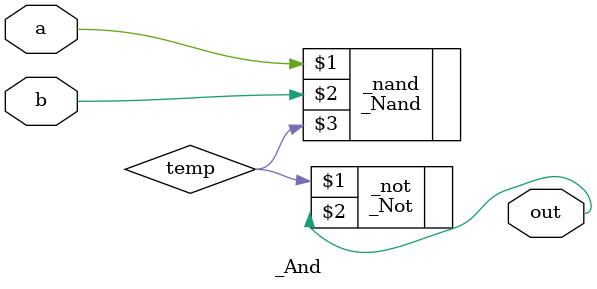
<source format=v>
module _And (
    input a,
    input b,
    output out
);

    wire temp;
    _Nand _nand (a, b, temp);
    _Not _not (temp, out);

endmodule

</source>
